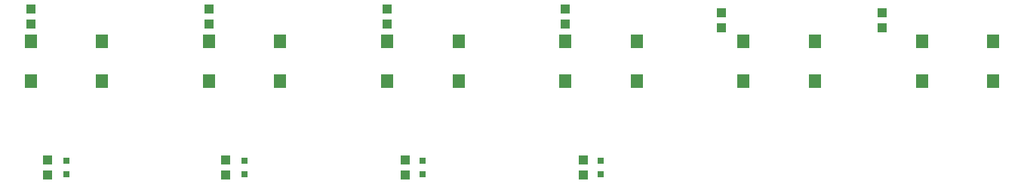
<source format=gtp>
G75*
%MOIN*%
%OFA0B0*%
%FSLAX25Y25*%
%IPPOS*%
%LPD*%
%AMOC8*
5,1,8,0,0,1.08239X$1,22.5*
%
%ADD10R,0.03150X0.03150*%
%ADD11R,0.04331X0.03937*%
%ADD12R,0.05512X0.06299*%
D10*
X0093926Y0094910D03*
X0093926Y0100816D03*
X0172666Y0100816D03*
X0172666Y0094910D03*
X0251406Y0094910D03*
X0251406Y0100816D03*
X0330146Y0100816D03*
X0330146Y0094910D03*
D11*
X0085658Y0094517D03*
X0085658Y0101209D03*
X0164398Y0101209D03*
X0164398Y0094517D03*
X0243532Y0094517D03*
X0243532Y0101209D03*
X0322272Y0101209D03*
X0322272Y0094517D03*
X0383296Y0159871D03*
X0383296Y0166564D03*
X0314398Y0168406D03*
X0314398Y0161713D03*
X0235658Y0161713D03*
X0235658Y0168406D03*
X0156918Y0168406D03*
X0156918Y0161713D03*
X0078178Y0161713D03*
X0078178Y0168406D03*
X0454162Y0166564D03*
X0454162Y0159871D03*
D12*
X0471879Y0153965D03*
X0503375Y0153965D03*
X0503375Y0136249D03*
X0471879Y0136249D03*
X0424635Y0136249D03*
X0393139Y0136249D03*
X0393139Y0153965D03*
X0424635Y0153965D03*
X0345894Y0153965D03*
X0314398Y0153965D03*
X0314398Y0136249D03*
X0345894Y0136249D03*
X0267154Y0136249D03*
X0235658Y0136249D03*
X0235658Y0153965D03*
X0267154Y0153965D03*
X0188414Y0153965D03*
X0156918Y0153965D03*
X0156918Y0136249D03*
X0188414Y0136249D03*
X0109674Y0136249D03*
X0078178Y0136249D03*
X0078178Y0153965D03*
X0109674Y0153965D03*
M02*

</source>
